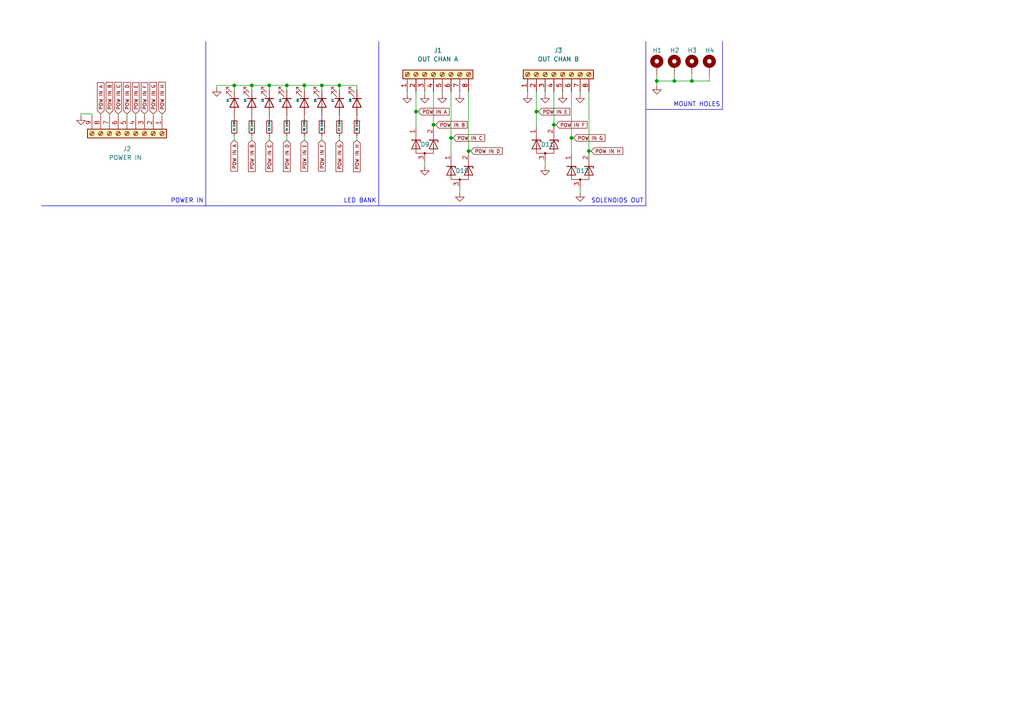
<source format=kicad_sch>
(kicad_sch (version 20230121) (generator eeschema)
  (paper "A4")
  (lib_symbols
    (symbol "Connector:Screw_Terminal_01x08" (pin_names (offset 1.016) hide)
      (property "Reference" "J" (at 0 10.16 0))
      (property "Value" "Screw_Terminal_01x08" (at 0 -12.7 0))
      (symbol "Screw_Terminal_01x08_1_1"
        (rectangle (start -1.27 8.89) (end 1.27 -11.43) (stroke (width 0.254)) (fill (type background)))
        (circle (center 0 -10.16) (radius 0.635) (stroke (width 0.1524)))
        (circle (center 0 -7.62) (radius 0.635) (stroke (width 0.1524)))
        (circle (center 0 -5.08) (radius 0.635) (stroke (width 0.1524)))
        (circle (center 0 -2.54) (radius 0.635) (stroke (width 0.1524)))
        (polyline (pts (xy -0.5334 -9.8298) (xy 0.3302 -10.668)) (stroke (width 0.1524)))
        (polyline (pts (xy -0.5334 -7.2898) (xy 0.3302 -8.128)) (stroke (width 0.1524)))
        (polyline (pts (xy -0.5334 -4.7498) (xy 0.3302 -5.588)) (stroke (width 0.1524)))
        (polyline (pts (xy -0.5334 -2.2098) (xy 0.3302 -3.048)) (stroke (width 0.1524)))
        (polyline (pts (xy -0.5334 0.3302) (xy 0.3302 -0.508)) (stroke (width 0.1524)))
        (polyline (pts (xy -0.5334 2.8702) (xy 0.3302 2.032)) (stroke (width 0.1524)))
        (polyline (pts (xy -0.5334 5.4102) (xy 0.3302 4.572)) (stroke (width 0.1524)))
        (polyline (pts (xy -0.5334 7.9502) (xy 0.3302 7.112)) (stroke (width 0.1524)))
        (polyline (pts (xy -0.3556 -9.652) (xy 0.508 -10.4902)) (stroke (width 0.1524)))
        (polyline (pts (xy -0.3556 -7.112) (xy 0.508 -7.9502)) (stroke (width 0.1524)))
        (polyline (pts (xy -0.3556 -4.572) (xy 0.508 -5.4102)) (stroke (width 0.1524)))
        (polyline (pts (xy -0.3556 -2.032) (xy 0.508 -2.8702)) (stroke (width 0.1524)))
        (polyline (pts (xy -0.3556 0.508) (xy 0.508 -0.3302)) (stroke (width 0.1524)))
        (polyline (pts (xy -0.3556 3.048) (xy 0.508 2.2098)) (stroke (width 0.1524)))
        (polyline (pts (xy -0.3556 5.588) (xy 0.508 4.7498)) (stroke (width 0.1524)))
        (polyline (pts (xy -0.3556 8.128) (xy 0.508 7.2898)) (stroke (width 0.1524)))
        (circle (center 0 0) (radius 0.635) (stroke (width 0.1524)))
        (circle (center 0 2.54) (radius 0.635) (stroke (width 0.1524)))
        (circle (center 0 5.08) (radius 0.635) (stroke (width 0.1524)))
        (circle (center 0 7.62) (radius 0.635) (stroke (width 0.1524)))
        (pin passive line (at -5.08 7.62 0) (length 3.81) (name "Pin_1") (number "1"))
        (pin passive line (at -5.08 5.08 0) (length 3.81) (name "Pin_2") (number "2"))
        (pin passive line (at -5.08 2.54 0) (length 3.81) (name "Pin_3") (number "3"))
        (pin passive line (at -5.08 0 0) (length 3.81) (name "Pin_4") (number "4"))
        (pin passive line (at -5.08 -2.54 0) (length 3.81) (name "Pin_5") (number "5"))
        (pin passive line (at -5.08 -5.08 0) (length 3.81) (name "Pin_6") (number "6"))
        (pin passive line (at -5.08 -7.62 0) (length 3.81) (name "Pin_7") (number "7"))
        (pin passive line (at -5.08 -10.16 0) (length 3.81) (name "Pin_8") (number "8"))
      )
    )
    (symbol "Connector:Screw_Terminal_01x09" (pin_names (offset 1.016) hide)
      (property "Reference" "J" (at 0 12.7 0))
      (property "Value" "Screw_Terminal_01x09" (at 0 -12.7 0))
      (symbol "Screw_Terminal_01x09_1_1"
        (rectangle (start -1.27 11.43) (end 1.27 -11.43) (stroke (width 0.254)) (fill (type background)))
        (circle (center 0 -10.16) (radius 0.635) (stroke (width 0.1524)))
        (circle (center 0 -7.62) (radius 0.635) (stroke (width 0.1524)))
        (circle (center 0 -5.08) (radius 0.635) (stroke (width 0.1524)))
        (circle (center 0 -2.54) (radius 0.635) (stroke (width 0.1524)))
        (polyline (pts (xy -0.5334 -9.8298) (xy 0.3302 -10.668)) (stroke (width 0.1524)))
        (polyline (pts (xy -0.5334 -7.2898) (xy 0.3302 -8.128)) (stroke (width 0.1524)))
        (polyline (pts (xy -0.5334 -4.7498) (xy 0.3302 -5.588)) (stroke (width 0.1524)))
        (polyline (pts (xy -0.5334 -2.2098) (xy 0.3302 -3.048)) (stroke (width 0.1524)))
        (polyline (pts (xy -0.5334 0.3302) (xy 0.3302 -0.508)) (stroke (width 0.1524)))
        (polyline (pts (xy -0.5334 2.8702) (xy 0.3302 2.032)) (stroke (width 0.1524)))
        (polyline (pts (xy -0.5334 5.4102) (xy 0.3302 4.572)) (stroke (width 0.1524)))
        (polyline (pts (xy -0.5334 7.9502) (xy 0.3302 7.112)) (stroke (width 0.1524)))
        (polyline (pts (xy -0.5334 10.4902) (xy 0.3302 9.652)) (stroke (width 0.1524)))
        (polyline (pts (xy -0.3556 -9.652) (xy 0.508 -10.4902)) (stroke (width 0.1524)))
        (polyline (pts (xy -0.3556 -7.112) (xy 0.508 -7.9502)) (stroke (width 0.1524)))
        (polyline (pts (xy -0.3556 -4.572) (xy 0.508 -5.4102)) (stroke (width 0.1524)))
        (polyline (pts (xy -0.3556 -2.032) (xy 0.508 -2.8702)) (stroke (width 0.1524)))
        (polyline (pts (xy -0.3556 0.508) (xy 0.508 -0.3302)) (stroke (width 0.1524)))
        (polyline (pts (xy -0.3556 3.048) (xy 0.508 2.2098)) (stroke (width 0.1524)))
        (polyline (pts (xy -0.3556 5.588) (xy 0.508 4.7498)) (stroke (width 0.1524)))
        (polyline (pts (xy -0.3556 8.128) (xy 0.508 7.2898)) (stroke (width 0.1524)))
        (polyline (pts (xy -0.3556 10.668) (xy 0.508 9.8298)) (stroke (width 0.1524)))
        (circle (center 0 0) (radius 0.635) (stroke (width 0.1524)))
        (circle (center 0 2.54) (radius 0.635) (stroke (width 0.1524)))
        (circle (center 0 5.08) (radius 0.635) (stroke (width 0.1524)))
        (circle (center 0 7.62) (radius 0.635) (stroke (width 0.1524)))
        (circle (center 0 10.16) (radius 0.635) (stroke (width 0.1524)))
        (pin passive line (at -5.08 10.16 0) (length 3.81) (name "Pin_1") (number "1"))
        (pin passive line (at -5.08 7.62 0) (length 3.81) (name "Pin_2") (number "2"))
        (pin passive line (at -5.08 5.08 0) (length 3.81) (name "Pin_3") (number "3"))
        (pin passive line (at -5.08 2.54 0) (length 3.81) (name "Pin_4") (number "4"))
        (pin passive line (at -5.08 0 0) (length 3.81) (name "Pin_5") (number "5"))
        (pin passive line (at -5.08 -2.54 0) (length 3.81) (name "Pin_6") (number "6"))
        (pin passive line (at -5.08 -5.08 0) (length 3.81) (name "Pin_7") (number "7"))
        (pin passive line (at -5.08 -7.62 0) (length 3.81) (name "Pin_8") (number "8"))
        (pin passive line (at -5.08 -10.16 0) (length 3.81) (name "Pin_9") (number "9"))
      )
    )
    (symbol "Device:LED" (pin_numbers hide) (pin_names (offset 1.016) hide)
      (property "Reference" "D" (at 0 2.54 0))
      (property "Value" "LED" (at 0 -2.54 0))
      (symbol "LED_0_1"
        (polyline (pts (xy -1.27 -1.27) (xy -1.27 1.27)) (stroke (width 0.254)))
        (polyline (pts (xy -1.27 0) (xy 1.27 0)))
        (polyline (pts (xy 1.27 -1.27) (xy 1.27 1.27) (xy -1.27 0) (xy 1.27 -1.27)) (stroke (width 0.254)))
        (polyline (pts (xy -3.048 -0.762) (xy -4.572 -2.286) (xy -3.81 -2.286) (xy -4.572 -2.286) (xy -4.572 -1.524)))
        (polyline (pts (xy -1.778 -0.762) (xy -3.302 -2.286) (xy -2.54 -2.286) (xy -3.302 -2.286) (xy -3.302 -1.524)))
      )
      (symbol "LED_1_1"
        (pin passive line (at -3.81 0 0) (length 2.54) (name "K") (number "1"))
        (pin passive line (at 3.81 0 180) (length 2.54) (name "A") (number "2"))
      )
    )
    (symbol "Device:R_Small" (pin_numbers hide) (pin_names (offset 0.254) hide)
      (property "Reference" "R" (at 0.762 0.508 0))
      (property "Value" "R_Small" (at 0.762 -1.016 0))
      (symbol "R_Small_0_1"
        (rectangle (start -0.762 1.778) (end 0.762 -1.778) (stroke (width 0.2032)))
      )
      (symbol "R_Small_1_1"
        (pin passive line (at 0 2.54 270) (length 0.762) (name "~") (number "1"))
        (pin passive line (at 0 -2.54 90) (length 0.762) (name "~") (number "2"))
      )
    )
    (symbol "Diode:MMBZxx" (pin_names (offset 1.016) hide)
      (property "Reference" "D" (at 3.81 2.54 0))
      (property "Value" "MMBZxx" (at 3.81 0 0))
      (symbol "MMBZxx_0_1"
        (circle (center 0 -2.54) (radius 0.254) (fill (type outline)))
        (polyline (pts (xy -2.54 -1.27) (xy -2.54 2.54)))
        (polyline (pts (xy 2.54 -1.27) (xy 2.54 2.54)))
        (polyline (pts (xy -3.81 1.27) (xy -1.27 1.27) (xy -1.27 0.762)) (stroke (width 0.254)))
        (polyline (pts (xy 1.27 1.27) (xy 3.81 1.27) (xy 3.81 0.762)) (stroke (width 0.254)))
        (polyline (pts (xy -2.54 0) (xy -2.54 -2.54) (xy 2.54 -2.54) (xy 2.54 0)))
      )
      (symbol "MMBZxx_1_1"
        (polyline (pts (xy -3.81 -1.27) (xy -1.27 -1.27) (xy -2.54 1.27) (xy -3.81 -1.27)) (stroke (width 0.2032)))
        (polyline (pts (xy 1.27 -1.27) (xy 3.81 -1.27) (xy 2.54 1.27) (xy 1.27 -1.27)) (stroke (width 0.2032)))
        (pin passive line (at -2.54 5.08 270) (length 2.54) (name "K") (number "1"))
        (pin passive line (at 2.54 5.08 270) (length 2.54) (name "K") (number "2"))
        (pin passive line (at 0 -5.08 90) (length 2.54) (name "A") (number "3"))
      )
    )
    (symbol "Mechanical:MountingHole_Pad" (pin_numbers hide) (pin_names (offset 1.016) hide)
      (property "Reference" "H" (at 0 6.35 0))
      (property "Value" "MountingHole_Pad" (at 0 4.445 0))
      (symbol "MountingHole_Pad_0_1"
        (circle (center 0 1.27) (radius 1.27) (stroke (width 1.27)))
      )
      (symbol "MountingHole_Pad_1_1"
        (pin input line (at 0 -2.54 90) (length 2.54) (name "1") (number "1"))
      )
    )
    (symbol "power:GND" (power) (pin_names (offset 0))
      (property "Value" "GND" (at 0 -3.81 0))
      (symbol "GND_0_1"
        (polyline (pts (xy 0 0) (xy 0 -1.27) (xy 1.27 -1.27) (xy 0 -2.54) (xy -1.27 -1.27) (xy 0 -1.27)))
      )
      (symbol "GND_1_1"
        (pin power_in line (at 0 0 270) (length 0) hide (name "GND") (number "1"))
      )
    )
  )
  (junction (at 195.58 23.495))
  (junction (at 67.945 24.765))
  (junction (at 165.735 40.005))
  (junction (at 98.425 24.765))
  (junction (at 93.345 24.765))
  (junction (at 120.65 32.385))
  (junction (at 125.73 36.195))
  (junction (at 73.025 24.765))
  (junction (at 170.815 43.815))
  (junction (at 135.89 43.815))
  (junction (at 78.105 24.765))
  (junction (at 190.5 23.495))
  (junction (at 88.265 24.765))
  (junction (at 200.66 23.495))
  (junction (at 83.185 24.765))
  (junction (at 130.81 40.005))
  (junction (at 160.655 36.195))
  (junction (at 155.575 32.385))
  (wire (pts (xy 153.035 26.67) (xy 153.035 27.305)))
  (wire (pts (xy 123.19 27.305) (xy 123.19 26.67)))
  (wire (pts (xy 73.025 24.765) (xy 73.025 26.035)))
  (wire (pts (xy 83.185 39.37) (xy 83.185 40.64)))
  (wire (pts (xy 103.505 33.655) (xy 103.505 34.29)))
  (wire (pts (xy 128.27 27.305) (xy 128.27 26.67)))
  (wire (pts (xy 103.505 39.37) (xy 103.505 40.64)))
  (wire (pts (xy 78.105 33.655) (xy 78.105 34.29)))
  (wire (pts (xy 78.105 24.765) (xy 78.105 26.035)))
  (wire (pts (xy 62.865 24.765) (xy 62.865 25.4)))
  (polyline (pts (xy 209.55 12.065) (xy 209.55 31.75)))
  (wire (pts (xy 78.105 39.37) (xy 78.105 40.64)))
  (wire (pts (xy 135.89 26.67) (xy 135.89 43.815)))
  (wire (pts (xy 155.575 32.385) (xy 155.575 36.83)))
  (wire (pts (xy 88.265 24.765) (xy 88.265 26.035)))
  (wire (pts (xy 29.21 33.02) (xy 29.21 33.655)))
  (wire (pts (xy 118.11 26.67) (xy 118.11 27.305)))
  (wire (pts (xy 200.66 21.59) (xy 200.66 23.495)))
  (wire (pts (xy 46.99 33.02) (xy 46.99 33.655)))
  (wire (pts (xy 155.575 32.385) (xy 156.21 32.385)))
  (wire (pts (xy 155.575 26.67) (xy 155.575 32.385)))
  (polyline (pts (xy 59.055 59.69) (xy 109.855 59.69)))
  (wire (pts (xy 26.67 33.02) (xy 23.495 33.02)))
  (wire (pts (xy 93.345 24.765) (xy 88.265 24.765)))
  (wire (pts (xy 98.425 24.765) (xy 93.345 24.765)))
  (wire (pts (xy 160.655 36.195) (xy 160.655 36.83)))
  (polyline (pts (xy 109.855 12.065) (xy 109.855 59.69)))
  (wire (pts (xy 103.505 24.765) (xy 98.425 24.765)))
  (wire (pts (xy 120.65 26.67) (xy 120.65 32.385)))
  (wire (pts (xy 133.35 55.88) (xy 133.35 54.61)))
  (wire (pts (xy 88.265 24.765) (xy 83.185 24.765)))
  (wire (pts (xy 168.275 26.67) (xy 168.275 27.305)))
  (wire (pts (xy 135.89 43.815) (xy 135.89 44.45)))
  (polyline (pts (xy 59.69 12.065) (xy 59.69 59.69)))
  (wire (pts (xy 170.815 43.815) (xy 170.815 44.45)))
  (wire (pts (xy 160.655 26.67) (xy 160.655 36.195)))
  (wire (pts (xy 41.91 33.02) (xy 41.91 33.655)))
  (wire (pts (xy 44.45 33.02) (xy 44.45 33.655)))
  (wire (pts (xy 165.735 26.67) (xy 165.735 40.005)))
  (wire (pts (xy 120.65 32.385) (xy 121.285 32.385)))
  (wire (pts (xy 125.73 36.83) (xy 125.73 36.195)))
  (wire (pts (xy 23.495 33.02) (xy 23.495 33.655)))
  (polyline (pts (xy 187.325 31.75) (xy 209.55 31.75)))
  (wire (pts (xy 67.945 39.37) (xy 67.945 40.64)))
  (wire (pts (xy 78.105 24.765) (xy 73.025 24.765)))
  (wire (pts (xy 158.115 48.26) (xy 158.115 46.99)))
  (wire (pts (xy 165.735 40.005) (xy 165.735 44.45)))
  (wire (pts (xy 165.735 40.005) (xy 166.37 40.005)))
  (polyline (pts (xy 187.325 12.065) (xy 187.325 59.69)))
  (wire (pts (xy 31.75 33.02) (xy 31.75 33.655)))
  (wire (pts (xy 205.74 21.59) (xy 205.74 23.495)))
  (wire (pts (xy 88.265 39.37) (xy 88.265 40.64)))
  (wire (pts (xy 73.025 33.655) (xy 73.025 34.29)))
  (wire (pts (xy 168.275 55.88) (xy 168.275 54.61)))
  (wire (pts (xy 73.025 39.37) (xy 73.025 40.64)))
  (wire (pts (xy 98.425 24.765) (xy 98.425 26.035)))
  (wire (pts (xy 195.58 21.59) (xy 195.58 23.495)))
  (wire (pts (xy 103.505 24.765) (xy 103.505 26.035)))
  (wire (pts (xy 83.185 33.655) (xy 83.185 34.29)))
  (wire (pts (xy 88.265 33.655) (xy 88.265 34.29)))
  (wire (pts (xy 190.5 21.59) (xy 190.5 23.495)))
  (wire (pts (xy 158.115 26.67) (xy 158.115 27.305)))
  (wire (pts (xy 67.945 24.765) (xy 67.945 26.035)))
  (wire (pts (xy 130.81 40.005) (xy 130.81 44.45)))
  (wire (pts (xy 83.185 24.765) (xy 83.185 26.035)))
  (wire (pts (xy 130.81 26.67) (xy 130.81 40.005)))
  (wire (pts (xy 130.81 40.005) (xy 131.445 40.005)))
  (wire (pts (xy 135.89 43.815) (xy 136.525 43.815)))
  (wire (pts (xy 93.345 33.655) (xy 93.345 34.29)))
  (polyline (pts (xy 12.065 59.69) (xy 59.69 59.69)))
  (wire (pts (xy 123.19 48.26) (xy 123.19 46.99)))
  (wire (pts (xy 163.195 26.67) (xy 163.195 27.305)))
  (wire (pts (xy 170.815 43.815) (xy 171.45 43.815)))
  (wire (pts (xy 73.025 24.765) (xy 67.945 24.765)))
  (wire (pts (xy 36.83 33.02) (xy 36.83 33.655)))
  (wire (pts (xy 67.945 24.765) (xy 62.865 24.765)))
  (wire (pts (xy 170.815 26.67) (xy 170.815 43.815)))
  (wire (pts (xy 93.345 24.765) (xy 93.345 26.035)))
  (wire (pts (xy 125.73 36.195) (xy 126.365 36.195)))
  (wire (pts (xy 125.73 26.67) (xy 125.73 36.195)))
  (polyline (pts (xy 109.855 59.69) (xy 187.325 59.69)))
  (wire (pts (xy 195.58 23.495) (xy 190.5 23.495)))
  (wire (pts (xy 83.185 24.765) (xy 78.105 24.765)))
  (wire (pts (xy 200.66 23.495) (xy 205.74 23.495)))
  (wire (pts (xy 195.58 23.495) (xy 200.66 23.495)))
  (wire (pts (xy 98.425 39.37) (xy 98.425 40.64)))
  (wire (pts (xy 133.35 27.305) (xy 133.35 26.67)))
  (wire (pts (xy 120.65 32.385) (xy 120.65 36.83)))
  (wire (pts (xy 93.345 39.37) (xy 93.345 40.64)))
  (wire (pts (xy 67.945 33.655) (xy 67.945 34.29)))
  (wire (pts (xy 190.5 23.495) (xy 190.5 24.765)))
  (wire (pts (xy 39.37 33.02) (xy 39.37 33.655)))
  (wire (pts (xy 34.29 33.02) (xy 34.29 33.655)))
  (wire (pts (xy 160.655 36.195) (xy 161.29 36.195)))
  (wire (pts (xy 98.425 33.655) (xy 98.425 34.29)))
  (wire (pts (xy 26.67 33.655) (xy 26.67 33.02)))
  (text "POWER IN" (at 59.055 59.055 0) (effects (font (size 1.27 1.27)) (justify right bottom)))
  (text "SOLENOIDS OUT" (at 186.69 59.055 0) (effects (font (size 1.27 1.27)) (justify right bottom)))
  (text "MOUNT HOLES" (at 208.915 31.115 0) (effects (font (size 1.27 1.27)) (justify right bottom)))
  (text "LED BANK" (at 109.22 59.055 0) (effects (font (size 1.27 1.27)) (justify right bottom)))
  (global_label "POW IN A" (shape input) (at 67.945 40.64 270) (effects (font (size 1 1))) (property "Intersheetrefs" "${INTERSHEET_REFS}" (effects hide)))
  (global_label "POW IN E" (shape input) (at 156.21 32.385 0) (effects (font (size 1 1))) (property "Intersheetrefs" "${INTERSHEET_REFS}" (effects hide)))
  (global_label "POW IN F" (shape input) (at 41.91 33.02 90) (effects (font (size 1 1))) (property "Intersheetrefs" "${INTERSHEET_REFS}" (effects hide)))
  (global_label "POW IN D" (shape input) (at 83.185 40.64 270) (effects (font (size 1 1))) (property "Intersheetrefs" "${INTERSHEET_REFS}" (effects hide)))
  (global_label "POW IN G" (shape input) (at 44.45 33.02 90) (effects (font (size 1 1))) (property "Intersheetrefs" "${INTERSHEET_REFS}" (effects hide)))
  (global_label "POW IN C" (shape input) (at 78.105 40.64 270) (effects (font (size 1 1))) (property "Intersheetrefs" "${INTERSHEET_REFS}" (effects hide)))
  (global_label "POW IN B" (shape input) (at 126.365 36.195 0) (effects (font (size 1 1))) (property "Intersheetrefs" "${INTERSHEET_REFS}" (effects hide)))
  (global_label "POW IN D" (shape input) (at 136.525 43.815 0) (effects (font (size 1 1))) (property "Intersheetrefs" "${INTERSHEET_REFS}" (effects hide)))
  (global_label "POW IN H" (shape input) (at 46.99 33.02 90) (effects (font (size 1 1))) (property "Intersheetrefs" "${INTERSHEET_REFS}" (effects hide)))
  (global_label "POW IN G" (shape input) (at 98.425 40.64 270) (effects (font (size 1 1))) (property "Intersheetrefs" "${INTERSHEET_REFS}" (effects hide)))
  (global_label "POW IN C" (shape input) (at 131.445 40.005 0) (effects (font (size 1 1))) (property "Intersheetrefs" "${INTERSHEET_REFS}" (effects hide)))
  (global_label "POW IN A" (shape input) (at 29.21 33.02 90) (effects (font (size 1 1))) (property "Intersheetrefs" "${INTERSHEET_REFS}" (effects hide)))
  (global_label "POW IN F" (shape input) (at 93.345 40.64 270) (effects (font (size 1 1))) (property "Intersheetrefs" "${INTERSHEET_REFS}" (effects hide)))
  (global_label "POW IN H" (shape input) (at 103.505 40.64 270) (effects (font (size 1 1))) (property "Intersheetrefs" "${INTERSHEET_REFS}" (effects hide)))
  (global_label "POW IN C" (shape input) (at 34.29 33.02 90) (effects (font (size 1 1))) (property "Intersheetrefs" "${INTERSHEET_REFS}" (effects hide)))
  (global_label "POW IN F" (shape input) (at 161.29 36.195 0) (effects (font (size 1 1))) (property "Intersheetrefs" "${INTERSHEET_REFS}" (effects hide)))
  (global_label "POW IN H" (shape input) (at 171.45 43.815 0) (effects (font (size 1 1))) (property "Intersheetrefs" "${INTERSHEET_REFS}" (effects hide)))
  (global_label "POW IN B" (shape input) (at 73.025 40.64 270) (effects (font (size 1 1))) (property "Intersheetrefs" "${INTERSHEET_REFS}" (effects hide)))
  (global_label "POW IN E" (shape input) (at 88.265 40.64 270) (effects (font (size 1 1))) (property "Intersheetrefs" "${INTERSHEET_REFS}" (effects hide)))
  (global_label "POW IN B" (shape input) (at 31.75 33.02 90) (effects (font (size 1 1))) (property "Intersheetrefs" "${INTERSHEET_REFS}" (effects hide)))
  (global_label "POW IN A" (shape input) (at 121.285 32.385 0) (effects (font (size 1 1))) (property "Intersheetrefs" "${INTERSHEET_REFS}" (effects hide)))
  (global_label "POW IN D" (shape input) (at 36.83 33.02 90) (effects (font (size 1 1))) (property "Intersheetrefs" "${INTERSHEET_REFS}" (effects hide)))
  (global_label "POW IN E" (shape input) (at 39.37 33.02 90) (effects (font (size 1 1))) (property "Intersheetrefs" "${INTERSHEET_REFS}" (effects hide)))
  (global_label "POW IN G" (shape input) (at 166.37 40.005 0) (effects (font (size 1 1))) (property "Intersheetrefs" "${INTERSHEET_REFS}" (effects hide)))
  (symbol (lib_id "power:GND") (at 163.195 27.305 0) (unit 1)
    (property "Reference" "#PWR0109" (effects hide))
    (property "Value" "GND" (effects hide))
  )
  (symbol (lib_id "power:GND") (at 168.275 27.305 0) (unit 1)
    (property "Reference" "#PWR0111" (effects hide))
    (property "Value" "GND" (effects hide))
  )
  (symbol (lib_id "Connector:Screw_Terminal_01x08") (at 160.655 21.59 90) (unit 1)
    (property "Reference" "J3" (at 161.925 14.605 90))
    (property "Value" "OUT CHAN B" (at 161.925 17.145 90))
    (property "Footprint" "TerminalBlock_Phoenix:TerminalBlock_Phoenix_PT-1,5-8-5.0-H_1x08_P5.00mm_Horizontal" (effects hide))
  )
  (symbol (lib_id "Mechanical:MountingHole_Pad") (at 200.66 19.05 0) (unit 1)
    (property "Reference" "H3" (at 199.39 14.605 0) (effects (justify left)))
    (property "Value" "MountingHole_Pad" (effects hide))
    (property "Footprint" "MountingHole:MountingHole_3.2mm_M3_DIN965_Pad_TopBottom" (effects hide))
  )
  (symbol (lib_id "power:GND") (at 123.19 27.305 0) (unit 1)
    (property "Reference" "#PWR0107" (effects hide))
    (property "Value" "GND" (effects hide))
  )
  (symbol (lib_id "Device:R_Small") (at 103.505 36.83 0) (unit 1)
    (property "Reference" "R8" (at 103.505 38.1 90) (effects (font (size 0.5 0.5)) (justify left)))
    (property "Value" "2.9K" (at 103.505 36.83 90) (effects (font (size 0.5 0.5)) (justify left)))
    (property "Footprint" "Resistor_SMD:R_0603_1608Metric" (effects hide))
  )
  (symbol (lib_id "power:GND") (at 158.115 48.26 0) (unit 1)
    (property "Reference" "#PWR0102" (effects hide))
    (property "Value" "GND" (effects hide))
  )
  (symbol (lib_id "Diode:MMBZxx") (at 168.275 49.53 0) (unit 1)
    (property "Reference" "D12" (at 167.005 49.53 0) (effects (justify left)))
    (property "Value" "MMBZxx" (effects hide))
    (property "Footprint" "Package_TO_SOT_SMD:SOT-23" (effects hide))
    (property "Datasheet" "http://www.onsemi.com/pub/Collateral/MMBZ5V6ALT1-D.PDF" (effects hide))
  )
  (symbol (lib_id "power:GND") (at 133.35 27.305 0) (unit 1)
    (property "Reference" "#PWR0108" (effects hide))
    (property "Value" "GND" (effects hide))
  )
  (symbol (lib_id "Connector:Screw_Terminal_01x09") (at 36.83 38.735 270) (unit 1)
    (property "Reference" "J2" (at 36.83 43.18 90))
    (property "Value" "POWER IN " (at 36.83 45.72 90))
    (property "Footprint" "TerminalBlock_Phoenix:TerminalBlock_Phoenix_PT-1,5-9-5.0-H_1x09_P5.00mm_Horizontal" (effects hide))
  )
  (symbol (lib_id "Device:R_Small") (at 78.105 36.83 0) (unit 1)
    (property "Reference" "R3" (at 78.105 38.1 90) (effects (font (size 0.5 0.5)) (justify left)))
    (property "Value" "2.9K" (at 78.105 36.83 90) (effects (font (size 0.5 0.5)) (justify left)))
    (property "Footprint" "Resistor_SMD:R_0603_1608Metric" (effects hide))
  )
  (symbol (lib_id "Device:LED") (at 93.345 29.845 270) (unit 1)
    (property "Reference" "D6" (at 91.44 28.575 0) (effects (font (size 0.5 0.5)) (justify left)))
    (property "Value" "LED" (effects hide))
    (property "Footprint" "LED_SMD:LED_0805_2012Metric" (effects hide))
  )
  (symbol (lib_id "Device:LED") (at 83.185 29.845 270) (unit 1)
    (property "Reference" "D4" (at 81.28 28.575 0) (effects (font (size 0.5 0.5)) (justify left)))
    (property "Value" "LED" (effects hide))
    (property "Footprint" "LED_SMD:LED_0805_2012Metric" (effects hide))
  )
  (symbol (lib_id "power:GND") (at 153.035 27.305 0) (unit 1)
    (property "Reference" "#PWR0110" (effects hide))
    (property "Value" "GND" (effects hide))
  )
  (symbol (lib_id "power:GND") (at 118.11 27.305 0) (unit 1)
    (property "Reference" "#PWR0106" (effects hide))
    (property "Value" "GND" (effects hide))
  )
  (symbol (lib_id "Diode:MMBZxx") (at 123.19 41.91 0) (unit 1)
    (property "Reference" "D9" (at 121.92 41.91 0) (effects (justify left)))
    (property "Value" "MMBZxx" (effects hide))
    (property "Footprint" "Package_TO_SOT_SMD:SOT-23" (effects hide))
    (property "Datasheet" "http://www.onsemi.com/pub/Collateral/MMBZ5V6ALT1-D.PDF" (effects hide))
  )
  (symbol (lib_id "Device:LED") (at 103.505 29.845 270) (unit 1)
    (property "Reference" "D8" (at 101.6 28.575 0) (effects (font (size 0.5 0.5)) (justify left)))
    (property "Value" "LED" (effects hide))
    (property "Footprint" "LED_SMD:LED_0805_2012Metric" (effects hide))
  )
  (symbol (lib_id "power:GND") (at 168.275 55.88 0) (unit 1)
    (property "Reference" "#PWR0103" (effects hide))
    (property "Value" "GND" (effects hide))
  )
  (symbol (lib_id "Mechanical:MountingHole_Pad") (at 205.74 19.05 0) (unit 1)
    (property "Reference" "H4" (at 204.47 14.605 0) (effects (justify left)))
    (property "Value" "MountingHole_Pad" (effects hide))
    (property "Footprint" "MountingHole:MountingHole_3.2mm_M3_DIN965_Pad_TopBottom" (effects hide))
  )
  (symbol (lib_id "Device:R_Small") (at 83.185 36.83 0) (unit 1)
    (property "Reference" "R4" (at 83.185 38.1 90) (effects (font (size 0.5 0.5)) (justify left)))
    (property "Value" "2.9K" (at 83.185 36.83 90) (effects (font (size 0.5 0.5)) (justify left)))
    (property "Footprint" "Resistor_SMD:R_0603_1608Metric" (effects hide))
  )
  (symbol (lib_id "Device:R_Small") (at 93.345 36.83 0) (unit 1)
    (property "Reference" "R6" (at 93.345 38.1 90) (effects (font (size 0.5 0.5)) (justify left)))
    (property "Value" "2.9K" (at 93.345 36.83 90) (effects (font (size 0.5 0.5)) (justify left)))
    (property "Footprint" "Resistor_SMD:R_0603_1608Metric" (effects hide))
  )
  (symbol (lib_id "power:GND") (at 128.27 27.305 0) (unit 1)
    (property "Reference" "#PWR0105" (effects hide))
    (property "Value" "GND" (effects hide))
  )
  (symbol (lib_id "Device:LED") (at 78.105 29.845 270) (unit 1)
    (property "Reference" "D3" (at 76.2 28.575 0) (effects (font (size 0.5 0.5)) (justify left)))
    (property "Value" "LED" (effects hide))
    (property "Footprint" "LED_SMD:LED_0805_2012Metric" (effects hide))
  )
  (symbol (lib_id "power:GND") (at 23.495 33.655 0) (unit 1)
    (property "Reference" "#PWR01" (effects hide))
    (property "Value" "GND" (effects hide))
  )
  (symbol (lib_id "power:GND") (at 123.19 48.26 0) (unit 1)
    (property "Reference" "#PWR0116" (effects hide))
    (property "Value" "GND" (effects hide))
  )
  (symbol (lib_id "Device:R_Small") (at 88.265 36.83 0) (unit 1)
    (property "Reference" "R5" (at 88.265 38.1 90) (effects (font (size 0.5 0.5)) (justify left)))
    (property "Value" "2.9K" (at 88.265 36.83 90) (effects (font (size 0.5 0.5)) (justify left)))
    (property "Footprint" "Resistor_SMD:R_0603_1608Metric" (effects hide))
  )
  (symbol (lib_id "power:GND") (at 133.35 55.88 0) (unit 1)
    (property "Reference" "#PWR0101" (effects hide))
    (property "Value" "GND" (effects hide))
  )
  (symbol (lib_id "Mechanical:MountingHole_Pad") (at 190.5 19.05 0) (unit 1)
    (property "Reference" "H1" (at 189.23 14.605 0) (effects (justify left)))
    (property "Value" "MountingHole_Pad" (effects hide))
    (property "Footprint" "MountingHole:MountingHole_3.2mm_M3_DIN965_Pad_TopBottom" (effects hide))
  )
  (symbol (lib_id "Device:R_Small") (at 73.025 36.83 0) (unit 1)
    (property "Reference" "R2" (at 73.025 38.1 90) (effects (font (size 0.5 0.5)) (justify left)))
    (property "Value" "2.9K" (at 73.025 36.83 90) (effects (font (size 0.5 0.5)) (justify left)))
    (property "Footprint" "Resistor_SMD:R_0603_1608Metric" (effects hide))
  )
  (symbol (lib_id "power:GND") (at 190.5 24.765 0) (unit 1)
    (property "Reference" "#PWR0117" (effects hide))
    (property "Value" "GND" (effects hide))
  )
  (symbol (lib_id "Device:R_Small") (at 98.425 36.83 0) (unit 1)
    (property "Reference" "R7" (at 98.425 38.1 90) (effects (font (size 0.5 0.5)) (justify left)))
    (property "Value" "2.9K" (at 98.425 36.83 90) (effects (font (size 0.5 0.5)) (justify left)))
    (property "Footprint" "Resistor_SMD:R_0603_1608Metric" (effects hide))
  )
  (symbol (lib_id "Diode:MMBZxx") (at 158.115 41.91 0) (unit 1)
    (property "Reference" "D11" (at 156.845 41.91 0) (effects (justify left)))
    (property "Value" "MMBZxx" (effects hide))
    (property "Footprint" "Package_TO_SOT_SMD:SOT-23" (effects hide))
    (property "Datasheet" "http://www.onsemi.com/pub/Collateral/MMBZ5V6ALT1-D.PDF" (effects hide))
  )
  (symbol (lib_id "Connector:Screw_Terminal_01x08") (at 125.73 21.59 90) (unit 1)
    (property "Reference" "J1" (at 127 14.605 90))
    (property "Value" "OUT CHAN A" (at 127 17.145 90))
    (property "Footprint" "TerminalBlock_Phoenix:TerminalBlock_Phoenix_PT-1,5-8-5.0-H_1x08_P5.00mm_Horizontal" (effects hide))
  )
  (symbol (lib_id "power:GND") (at 62.865 25.4 0) (unit 1)
    (property "Reference" "#PWR0118" (effects hide))
    (property "Value" "GND" (effects hide))
  )
  (symbol (lib_id "Device:LED") (at 73.025 29.845 270) (unit 1)
    (property "Reference" "D2" (at 71.12 28.575 0) (effects (font (size 0.5 0.5)) (justify left)))
    (property "Value" "LED" (effects hide))
    (property "Footprint" "LED_SMD:LED_0805_2012Metric" (effects hide))
  )
  (symbol (lib_id "Device:LED") (at 67.945 29.845 270) (unit 1)
    (property "Reference" "D1" (at 66.04 28.575 0) (effects (font (size 0.5 0.5)) (justify left)))
    (property "Value" "LED" (effects hide))
    (property "Footprint" "LED_SMD:LED_0805_2012Metric" (effects hide))
  )
  (symbol (lib_id "Mechanical:MountingHole_Pad") (at 195.58 19.05 0) (unit 1)
    (property "Reference" "H2" (at 194.31 14.605 0) (effects (justify left)))
    (property "Value" "MountingHole_Pad" (effects hide))
    (property "Footprint" "MountingHole:MountingHole_3.2mm_M3_DIN965_Pad_TopBottom" (effects hide))
  )
  (symbol (lib_id "Diode:MMBZxx") (at 133.35 49.53 0) (unit 1)
    (property "Reference" "D10" (at 132.08 49.53 0) (effects (justify left)))
    (property "Value" "MMBZxx" (effects hide))
    (property "Footprint" "Package_TO_SOT_SMD:SOT-23" (effects hide))
    (property "Datasheet" "http://www.onsemi.com/pub/Collateral/MMBZ5V6ALT1-D.PDF" (effects hide))
  )
  (symbol (lib_id "Device:R_Small") (at 67.945 36.83 0) (unit 1)
    (property "Reference" "R1" (at 67.945 38.1 90) (effects (font (size 0.5 0.5)) (justify left)))
    (property "Value" "2.9K" (at 67.945 36.83 90) (effects (font (size 0.5 0.5)) (justify left)))
    (property "Footprint" "Resistor_SMD:R_0603_1608Metric" (effects hide))
  )
  (symbol (lib_id "Device:LED") (at 98.425 29.845 270) (unit 1)
    (property "Reference" "D7" (at 96.52 28.575 0) (effects (font (size 0.5 0.5)) (justify left)))
    (property "Value" "LED" (effects hide))
    (property "Footprint" "LED_SMD:LED_0805_2012Metric" (effects hide))
  )
  (symbol (lib_id "power:GND") (at 158.115 27.305 0) (unit 1)
    (property "Reference" "#PWR0104" (effects hide))
    (property "Value" "GND" (effects hide))
  )
  (symbol (lib_id "Device:LED") (at 88.265 29.845 270) (unit 1)
    (property "Reference" "D5" (at 86.36 28.575 0) (effects (font (size 0.5 0.5)) (justify left)))
    (property "Value" "LED" (effects hide))
    (property "Footprint" "LED_SMD:LED_0805_2012Metric" (effects hide))
  )
)
</source>
